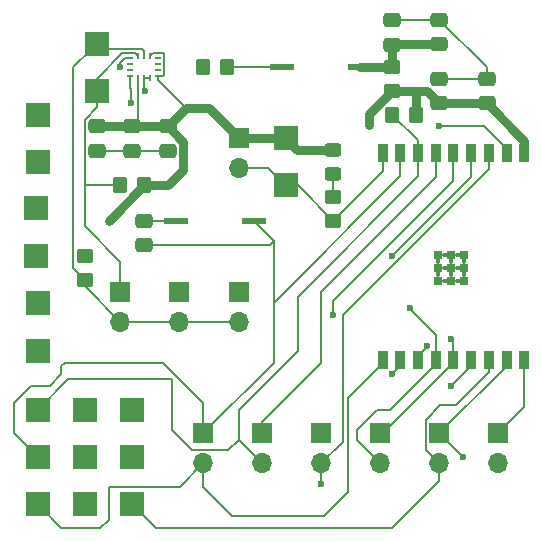
<source format=gbr>
%TF.GenerationSoftware,KiCad,Pcbnew,8.0.8*%
%TF.CreationDate,2025-04-04T16:16:18-04:00*%
%TF.ProjectId,ESP32,45535033-322e-46b6-9963-61645f706362,rev?*%
%TF.SameCoordinates,Original*%
%TF.FileFunction,Copper,L1,Top*%
%TF.FilePolarity,Positive*%
%FSLAX46Y46*%
G04 Gerber Fmt 4.6, Leading zero omitted, Abs format (unit mm)*
G04 Created by KiCad (PCBNEW 8.0.8) date 2025-04-04 16:16:18*
%MOMM*%
%LPD*%
G01*
G04 APERTURE LIST*
G04 Aperture macros list*
%AMRoundRect*
0 Rectangle with rounded corners*
0 $1 Rounding radius*
0 $2 $3 $4 $5 $6 $7 $8 $9 X,Y pos of 4 corners*
0 Add a 4 corners polygon primitive as box body*
4,1,4,$2,$3,$4,$5,$6,$7,$8,$9,$2,$3,0*
0 Add four circle primitives for the rounded corners*
1,1,$1+$1,$2,$3*
1,1,$1+$1,$4,$5*
1,1,$1+$1,$6,$7*
1,1,$1+$1,$8,$9*
0 Add four rect primitives between the rounded corners*
20,1,$1+$1,$2,$3,$4,$5,0*
20,1,$1+$1,$4,$5,$6,$7,0*
20,1,$1+$1,$6,$7,$8,$9,0*
20,1,$1+$1,$8,$9,$2,$3,0*%
G04 Aperture macros list end*
%TA.AperFunction,ComponentPad*%
%ADD10R,2.000000X2.000000*%
%TD*%
%TA.AperFunction,SMDPad,CuDef*%
%ADD11RoundRect,0.250000X0.450000X-0.350000X0.450000X0.350000X-0.450000X0.350000X-0.450000X-0.350000X0*%
%TD*%
%TA.AperFunction,SMDPad,CuDef*%
%ADD12RoundRect,0.250000X0.450000X-0.325000X0.450000X0.325000X-0.450000X0.325000X-0.450000X-0.325000X0*%
%TD*%
%TA.AperFunction,ComponentPad*%
%ADD13R,1.700000X1.700000*%
%TD*%
%TA.AperFunction,ComponentPad*%
%ADD14O,1.700000X1.700000*%
%TD*%
%TA.AperFunction,SMDPad,CuDef*%
%ADD15RoundRect,0.250000X0.475000X-0.337500X0.475000X0.337500X-0.475000X0.337500X-0.475000X-0.337500X0*%
%TD*%
%TA.AperFunction,SMDPad,CuDef*%
%ADD16R,2.108200X0.558800*%
%TD*%
%TA.AperFunction,SMDPad,CuDef*%
%ADD17RoundRect,0.250000X-0.475000X0.337500X-0.475000X-0.337500X0.475000X-0.337500X0.475000X0.337500X0*%
%TD*%
%TA.AperFunction,SMDPad,CuDef*%
%ADD18RoundRect,0.250000X-0.350000X-0.450000X0.350000X-0.450000X0.350000X0.450000X-0.350000X0.450000X0*%
%TD*%
%TA.AperFunction,SMDPad,CuDef*%
%ADD19R,0.475000X0.250000*%
%TD*%
%TA.AperFunction,SMDPad,CuDef*%
%ADD20R,0.250000X0.475000*%
%TD*%
%TA.AperFunction,SMDPad,CuDef*%
%ADD21R,0.900000X1.500000*%
%TD*%
%TA.AperFunction,SMDPad,CuDef*%
%ADD22R,0.700000X0.700000*%
%TD*%
%TA.AperFunction,ComponentPad*%
%ADD23C,0.450000*%
%TD*%
%TA.AperFunction,ViaPad*%
%ADD24C,0.600000*%
%TD*%
%TA.AperFunction,Conductor*%
%ADD25C,0.200000*%
%TD*%
%TA.AperFunction,Conductor*%
%ADD26C,0.762000*%
%TD*%
G04 APERTURE END LIST*
D10*
%TO.P,TP5,1,1*%
%TO.N,/0*%
X133000000Y-105000000D03*
%TD*%
%TO.P,TP6,1,1*%
%TO.N,/1*%
X133000000Y-109000000D03*
%TD*%
D11*
%TO.P,R2,1*%
%TO.N,GND*%
X150000000Y-89000000D03*
%TO.P,R2,2*%
%TO.N,Net-(D1-K)*%
X150000000Y-87000000D03*
%TD*%
D12*
%TO.P,D1,1,K*%
%TO.N,Net-(D1-K)*%
X150000000Y-85025000D03*
%TO.P,D1,2,A*%
%TO.N,+3.3V*%
X150000000Y-82975000D03*
%TD*%
D13*
%TO.P,J6,1,Pin_1*%
%TO.N,/3*%
X149000000Y-107000000D03*
D14*
%TO.P,J6,2,Pin_2*%
%TO.N,/4*%
X149000000Y-109540000D03*
%TD*%
D11*
%TO.P,R4,1*%
%TO.N,/SCL*%
X129000000Y-94000000D03*
%TO.P,R4,2*%
%TO.N,+3.3V*%
X129000000Y-92000000D03*
%TD*%
D10*
%TO.P,TP8,1,1*%
%TO.N,/3*%
X129000000Y-105000000D03*
%TD*%
D13*
%TO.P,J8,1,Pin_1*%
%TO.N,/9*%
X139000000Y-107000000D03*
D14*
%TO.P,J8,2,Pin_2*%
%TO.N,/10*%
X139000000Y-109540000D03*
%TD*%
D15*
%TO.P,C3,1*%
%TO.N,+3.3V*%
X163000000Y-79037500D03*
%TO.P,C3,2*%
%TO.N,GND*%
X163000000Y-76962500D03*
%TD*%
D13*
%TO.P,J10,1,Pin_1*%
%TO.N,/SDA*%
X132000000Y-95000000D03*
D14*
%TO.P,J10,2,Pin_2*%
%TO.N,/SCL*%
X132000000Y-97540000D03*
%TD*%
D13*
%TO.P,J7,1,Pin_1*%
%TO.N,/7*%
X144000000Y-107000000D03*
D14*
%TO.P,J7,2,Pin_2*%
%TO.N,/8*%
X144000000Y-109540000D03*
%TD*%
D13*
%TO.P,J9,1,Pin_1*%
%TO.N,/SDA*%
X137000000Y-95000000D03*
D14*
%TO.P,J9,2,Pin_2*%
%TO.N,/SCL*%
X137000000Y-97540000D03*
%TD*%
D16*
%TO.P,SW1,1,1*%
%TO.N,GND*%
X136699300Y-89000000D03*
%TO.P,SW1,2,2*%
%TO.N,/9*%
X143300700Y-89000000D03*
%TD*%
D11*
%TO.P,R1,1*%
%TO.N,+3.3V*%
X155000000Y-78000000D03*
%TO.P,R1,2*%
%TO.N,Net-(U1-EN)*%
X155000000Y-76000000D03*
%TD*%
D10*
%TO.P,TP12,1,1*%
%TO.N,/7*%
X129000000Y-113000000D03*
%TD*%
%TO.P,TP11,1,1*%
%TO.N,/D-*%
X125000000Y-96000000D03*
%TD*%
D16*
%TO.P,SW2,1,1*%
%TO.N,GND*%
X145699300Y-76000000D03*
%TO.P,SW2,2,2*%
%TO.N,Net-(U1-EN)*%
X152300700Y-76000000D03*
%TD*%
D10*
%TO.P,TP1,1,1*%
%TO.N,+3.3V*%
X146000000Y-82000000D03*
%TD*%
%TO.P,TP16,1,1*%
%TO.N,/AD0*%
X125000000Y-80000000D03*
%TD*%
%TO.P,TP7,1,1*%
%TO.N,/2*%
X133000000Y-113000000D03*
%TD*%
D13*
%TO.P,J4,1,Pin_1*%
%TO.N,/0*%
X164000000Y-107000000D03*
D14*
%TO.P,J4,2,Pin_2*%
%TO.N,unconnected-(J4-Pin_2-Pad2)*%
X164000000Y-109540000D03*
%TD*%
D10*
%TO.P,TP15,1,1*%
%TO.N,/10*%
X125000000Y-113000000D03*
%TD*%
%TO.P,TP18,1,1*%
%TO.N,/TXD*%
X124825000Y-87950000D03*
%TD*%
D17*
%TO.P,C6,1*%
%TO.N,+3.3V*%
X133000000Y-81000000D03*
%TO.P,C6,2*%
%TO.N,GND*%
X133000000Y-83075000D03*
%TD*%
D13*
%TO.P,J1,1,Pin_1*%
%TO.N,+3.3V*%
X142000000Y-82000000D03*
D14*
%TO.P,J1,2,Pin_2*%
%TO.N,GND*%
X142000000Y-84540000D03*
%TD*%
D18*
%TO.P,R3,1*%
%TO.N,/SDA*%
X132000000Y-86000000D03*
%TO.P,R3,2*%
%TO.N,+3.3V*%
X134000000Y-86000000D03*
%TD*%
D17*
%TO.P,C5,1*%
%TO.N,+3.3V*%
X136010000Y-81000000D03*
%TO.P,C5,2*%
%TO.N,GND*%
X136010000Y-83075000D03*
%TD*%
D18*
%TO.P,R5,1*%
%TO.N,/8*%
X155000000Y-80000000D03*
%TO.P,R5,2*%
%TO.N,+3.3V*%
X157000000Y-80000000D03*
%TD*%
D13*
%TO.P,J3,1,Pin_1*%
%TO.N,/SDA*%
X142000000Y-95000000D03*
D14*
%TO.P,J3,2,Pin_2*%
%TO.N,/SCL*%
X142000000Y-97540000D03*
%TD*%
D10*
%TO.P,TP2,1,1*%
%TO.N,GND*%
X146000000Y-86000000D03*
%TD*%
%TO.P,TP4,1,1*%
%TO.N,/SCL*%
X130000000Y-74000000D03*
%TD*%
%TO.P,TP3,1,1*%
%TO.N,/SDA*%
X130000000Y-78000000D03*
%TD*%
%TO.P,TP9,1,1*%
%TO.N,/4*%
X129000000Y-109000000D03*
%TD*%
D17*
%TO.P,C7,1*%
%TO.N,+3.3V*%
X129990000Y-81000000D03*
%TO.P,C7,2*%
%TO.N,GND*%
X129990000Y-83075000D03*
%TD*%
D10*
%TO.P,TP13,1,1*%
%TO.N,/8*%
X125000000Y-105000000D03*
%TD*%
%TO.P,TP19,1,1*%
%TO.N,/RXD*%
X124825000Y-92000000D03*
%TD*%
D15*
%TO.P,C2,1*%
%TO.N,+3.3V*%
X159000000Y-79037500D03*
%TO.P,C2,2*%
%TO.N,GND*%
X159000000Y-76962500D03*
%TD*%
D13*
%TO.P,J2,1,Pin_1*%
%TO.N,/D+*%
X154000000Y-107000000D03*
D14*
%TO.P,J2,2,Pin_2*%
%TO.N,/D-*%
X154000000Y-109540000D03*
%TD*%
D10*
%TO.P,TP10,1,1*%
%TO.N,/D+*%
X125000000Y-100000000D03*
%TD*%
D18*
%TO.P,R6,1*%
%TO.N,/AD0*%
X139000000Y-76000000D03*
%TO.P,R6,2*%
%TO.N,GND*%
X141000000Y-76000000D03*
%TD*%
D10*
%TO.P,TP14,1,1*%
%TO.N,/9*%
X125000000Y-109000000D03*
%TD*%
D19*
%TO.P,MT1,1,AP_SDO/AP_AD0*%
%TO.N,/AD0*%
X132837500Y-75250000D03*
%TO.P,MT1,2,RESV*%
%TO.N,unconnected-(MT1-RESV-Pad2)*%
X132837500Y-75750000D03*
%TO.P,MT1,3,RESV__1*%
%TO.N,unconnected-(MT1-RESV__1-Pad3)*%
X132837500Y-76250000D03*
%TO.P,MT1,4,INT1/INT*%
%TO.N,/INT*%
X132837500Y-76750000D03*
D20*
%TO.P,MT1,5,VDDIO*%
%TO.N,+3.3V*%
X133500000Y-76912500D03*
%TO.P,MT1,6,GND*%
%TO.N,GND*%
X134000000Y-76912500D03*
%TO.P,MT1,7,FSYNC*%
X134500000Y-76912500D03*
D19*
%TO.P,MT1,8,VDD*%
%TO.N,+3.3V*%
X135162500Y-76750000D03*
%TO.P,MT1,9,INT2*%
%TO.N,unconnected-(MT1-INT2-Pad9)*%
X135162500Y-76250000D03*
%TO.P,MT1,10,RESV__2*%
%TO.N,unconnected-(MT1-RESV__2-Pad10)*%
X135162500Y-75750000D03*
%TO.P,MT1,11,RESV__3*%
%TO.N,unconnected-(MT1-RESV__3-Pad11)*%
X135162500Y-75250000D03*
D20*
%TO.P,MT1,12,AP_CS*%
%TO.N,+3.3V*%
X134500000Y-75087500D03*
%TO.P,MT1,13,AP_SCL/AP_SCLK*%
%TO.N,/SCL*%
X134000000Y-75087500D03*
%TO.P,MT1,14,AP_SDA/AP_SDIO/AP_SDI*%
%TO.N,/SDA*%
X133500000Y-75087500D03*
%TD*%
D15*
%TO.P,C8,1*%
%TO.N,/9*%
X134000000Y-91075000D03*
%TO.P,C8,2*%
%TO.N,GND*%
X134000000Y-89000000D03*
%TD*%
D21*
%TO.P,U1,1,3V3*%
%TO.N,+3.3V*%
X166200000Y-83250000D03*
%TO.P,U1,2,EN*%
%TO.N,Net-(U1-EN)*%
X164700000Y-83250000D03*
%TO.P,U1,3,IO4*%
%TO.N,/4*%
X163200000Y-83250000D03*
%TO.P,U1,4,IO5*%
%TO.N,/SDA*%
X161700000Y-83250000D03*
%TO.P,U1,5,IO6*%
%TO.N,/SCL*%
X160200000Y-83250000D03*
%TO.P,U1,6,IO7*%
%TO.N,/7*%
X158700000Y-83250000D03*
%TO.P,U1,7,IO8*%
%TO.N,/8*%
X157200000Y-83250000D03*
%TO.P,U1,8,IO9*%
%TO.N,/9*%
X155700000Y-83250000D03*
%TO.P,U1,9,GND*%
%TO.N,GND*%
X154200000Y-83250000D03*
%TO.P,U1,10,IO10*%
%TO.N,/10*%
X154200000Y-100750000D03*
%TO.P,U1,11,RXD*%
%TO.N,/RXD*%
X155700000Y-100750000D03*
%TO.P,U1,12,TXD*%
%TO.N,/TXD*%
X157200000Y-100750000D03*
%TO.P,U1,13,IO18*%
%TO.N,/D-*%
X158700000Y-100750000D03*
%TO.P,U1,14,IO19*%
%TO.N,/D+*%
X160200000Y-100750000D03*
%TO.P,U1,15,IO3*%
%TO.N,/3*%
X161700000Y-100750000D03*
%TO.P,U1,16,IO2*%
%TO.N,/2*%
X163200000Y-100750000D03*
%TO.P,U1,17,IO1*%
%TO.N,/1*%
X164700000Y-100750000D03*
%TO.P,U1,18,IO0*%
%TO.N,/0*%
X166200000Y-100750000D03*
D22*
%TO.P,U1,19,GND__1*%
%TO.N,GND*%
X161100000Y-91860000D03*
%TO.P,U1,20,GND__2*%
X161100000Y-92960000D03*
%TO.P,U1,21,GND__3*%
X161100000Y-94060000D03*
%TO.P,U1,22,GND__4*%
X160000000Y-91860000D03*
%TO.P,U1,23,GND__5*%
X160000000Y-92960000D03*
%TO.P,U1,24,GND__6*%
X160000000Y-94060000D03*
%TO.P,U1,25,GND__7*%
X158900000Y-91860000D03*
%TO.P,U1,26,GND__8*%
X158900000Y-92960000D03*
%TO.P,U1,27,GND__9*%
X158900000Y-94060000D03*
D23*
%TO.P,U1,28,GND__10*%
X161100000Y-92410000D03*
%TO.P,U1,29,GND__11*%
X161100000Y-93510000D03*
%TO.P,U1,30,GND__12*%
X160550000Y-91860000D03*
%TO.P,U1,31,GND__13*%
X160550000Y-92960000D03*
%TO.P,U1,32,GND__14*%
X160550000Y-94060000D03*
%TO.P,U1,33,GND__15*%
X160000000Y-92410000D03*
%TO.P,U1,34,GND__16*%
X160000000Y-93510000D03*
%TO.P,U1,35,GND__17*%
X159450000Y-91860000D03*
%TO.P,U1,36,GND__18*%
X159450000Y-92960000D03*
%TO.P,U1,37,GND__19*%
X159450000Y-94060000D03*
%TO.P,U1,38,GND__20*%
X158900000Y-92410000D03*
%TO.P,U1,39,GND__21*%
X158900000Y-93510000D03*
%TD*%
D13*
%TO.P,J5,1,Pin_1*%
%TO.N,/1*%
X159000000Y-107000000D03*
D14*
%TO.P,J5,2,Pin_2*%
%TO.N,/2*%
X159000000Y-109540000D03*
%TD*%
D10*
%TO.P,TP17,1,1*%
%TO.N,/INT*%
X125000000Y-84000000D03*
%TD*%
D15*
%TO.P,C1,1*%
%TO.N,Net-(U1-EN)*%
X155000000Y-74075000D03*
%TO.P,C1,2*%
%TO.N,GND*%
X155000000Y-72000000D03*
%TD*%
%TO.P,C4,1*%
%TO.N,Net-(U1-EN)*%
X159000000Y-74037500D03*
%TO.P,C4,2*%
%TO.N,GND*%
X159000000Y-71962500D03*
%TD*%
D24*
%TO.N,GND*%
X133000000Y-83075000D03*
X158962500Y-72000000D03*
X134100000Y-78000000D03*
X154200000Y-83250000D03*
X145699300Y-76000000D03*
X136699300Y-89000000D03*
%TO.N,+3.3V*%
X150000000Y-82975000D03*
X153081540Y-80918460D03*
X129000000Y-92000000D03*
X131000000Y-89000000D03*
%TO.N,/D+*%
X160000000Y-99000000D03*
%TO.N,/D-*%
X156500000Y-96400000D03*
%TO.N,/SCL*%
X150000000Y-97000000D03*
%TO.N,/SDA*%
X155000000Y-92000000D03*
%TO.N,/1*%
X161000000Y-109000000D03*
%TO.N,/4*%
X149000000Y-111290000D03*
%TO.N,/3*%
X160000000Y-103000000D03*
%TO.N,/AD0*%
X132000000Y-76000000D03*
X139000000Y-76000000D03*
%TO.N,/INT*%
X132900000Y-79000000D03*
%TO.N,/TXD*%
X157985000Y-99576000D03*
%TO.N,/RXD*%
X155000000Y-102000000D03*
%TO.N,Net-(U1-EN)*%
X159000000Y-81000000D03*
X159000000Y-74037500D03*
%TD*%
D25*
%TO.N,GND*%
X134000000Y-89000000D02*
X136699300Y-89000000D01*
X141000000Y-76000000D02*
X145699300Y-76000000D01*
X158900000Y-92410000D02*
X158900000Y-92960000D01*
X158900000Y-92410000D02*
X158900000Y-91860000D01*
X159450000Y-92960000D02*
X158900000Y-92960000D01*
X160000000Y-93510000D02*
X160000000Y-92960000D01*
X159450000Y-94060000D02*
X158900000Y-94060000D01*
X129990000Y-83075000D02*
X133000000Y-83075000D01*
X147000000Y-86000000D02*
X150000000Y-89000000D01*
X160550000Y-92960000D02*
X161100000Y-92960000D01*
X159000000Y-71962500D02*
X158962500Y-72000000D01*
X161100000Y-91860000D02*
X161100000Y-92410000D01*
X161100000Y-93510000D02*
X161100000Y-92960000D01*
X159450000Y-91860000D02*
X158900000Y-91860000D01*
X154200000Y-84800000D02*
X154200000Y-83250000D01*
X142000000Y-84525000D02*
X144525000Y-84525000D01*
X159450000Y-91860000D02*
X160000000Y-91860000D01*
X159450000Y-92960000D02*
X160000000Y-92960000D01*
X146000000Y-86000000D02*
X147000000Y-86000000D01*
X160000000Y-91860000D02*
X160000000Y-92410000D01*
X160000000Y-92410000D02*
X160000000Y-92960000D01*
X159450000Y-94060000D02*
X160000000Y-94060000D01*
X144525000Y-84525000D02*
X146000000Y-86000000D01*
X161100000Y-94060000D02*
X161100000Y-93510000D01*
X159000000Y-76962500D02*
X163000000Y-76962500D01*
X160000000Y-91860000D02*
X160550000Y-91860000D01*
X155000000Y-72000000D02*
X158962500Y-72000000D01*
X163000000Y-75962500D02*
X163000000Y-76962500D01*
X150000000Y-89000000D02*
X154200000Y-84800000D01*
X158900000Y-94060000D02*
X158900000Y-93510000D01*
X159000000Y-71962500D02*
X163000000Y-75962500D01*
X134000000Y-77900000D02*
X134100000Y-78000000D01*
X160550000Y-94060000D02*
X161100000Y-94060000D01*
X136010000Y-83075000D02*
X133000000Y-83075000D01*
X160550000Y-91860000D02*
X161100000Y-91860000D01*
X160000000Y-93510000D02*
X160000000Y-94060000D01*
X161100000Y-92410000D02*
X161100000Y-92960000D01*
X134500000Y-76912500D02*
X134000000Y-76912500D01*
X158900000Y-93510000D02*
X158900000Y-92960000D01*
X160550000Y-94060000D02*
X160000000Y-94060000D01*
X134000000Y-76912500D02*
X134000000Y-77900000D01*
X160550000Y-92960000D02*
X160000000Y-92960000D01*
D26*
%TO.N,+3.3V*%
X157962500Y-78000000D02*
X157000000Y-78000000D01*
X159000000Y-79037500D02*
X157962500Y-78000000D01*
X142000000Y-82000000D02*
X139475000Y-79475000D01*
X139475000Y-79475000D02*
X137535000Y-79475000D01*
D25*
X135162500Y-76750000D02*
X135162500Y-77102500D01*
D26*
X153081540Y-79918460D02*
X153081540Y-80918460D01*
D25*
X135625000Y-76750000D02*
X135162500Y-76750000D01*
D26*
X137535000Y-79475000D02*
X136010000Y-81000000D01*
X155000000Y-78000000D02*
X153081540Y-79918460D01*
X146000000Y-82000000D02*
X142000000Y-82000000D01*
X137316000Y-84684000D02*
X136000000Y-86000000D01*
X166200000Y-83250000D02*
X166200000Y-82237500D01*
X136010000Y-81000000D02*
X137316000Y-82306000D01*
X157000000Y-78000000D02*
X157000000Y-80000000D01*
D25*
X135700000Y-76675000D02*
X135625000Y-76750000D01*
D26*
X157000000Y-78000000D02*
X155000000Y-78000000D01*
D25*
X134500000Y-75087500D02*
X134762500Y-74825000D01*
D26*
X163000000Y-79037500D02*
X159000000Y-79037500D01*
X133000000Y-81000000D02*
X129990000Y-81000000D01*
X166200000Y-82237500D02*
X163000000Y-79037500D01*
X150000000Y-82975000D02*
X146975000Y-82975000D01*
D25*
X135700000Y-74825000D02*
X135700000Y-76675000D01*
X133500000Y-76912500D02*
X133500000Y-80500000D01*
D26*
X136000000Y-86000000D02*
X134000000Y-86000000D01*
X137316000Y-82306000D02*
X137316000Y-84684000D01*
X134000000Y-86000000D02*
X131000000Y-89000000D01*
D25*
X133500000Y-80500000D02*
X133000000Y-81000000D01*
D26*
X146975000Y-82975000D02*
X146000000Y-82000000D01*
D25*
X134762500Y-74825000D02*
X135700000Y-74825000D01*
D26*
X136010000Y-81000000D02*
X133000000Y-81000000D01*
D25*
X135162500Y-77102500D02*
X137535000Y-79475000D01*
%TO.N,Net-(D1-K)*%
X150000000Y-85025000D02*
X150000000Y-87000000D01*
%TO.N,/D+*%
X160200000Y-100750000D02*
X160200000Y-101050000D01*
X160200000Y-100750000D02*
X160200000Y-99200000D01*
X154250000Y-107000000D02*
X154000000Y-107000000D01*
X160200000Y-99200000D02*
X160000000Y-99000000D01*
X160200000Y-101050000D02*
X154250000Y-107000000D01*
%TO.N,/D-*%
X158700000Y-98700000D02*
X158700000Y-100750000D01*
X158700000Y-100750000D02*
X158700000Y-101150000D01*
X156500000Y-96400000D02*
X156500000Y-96500000D01*
X153700000Y-105000000D02*
X152000000Y-106700000D01*
X156500000Y-96500000D02*
X158700000Y-98700000D01*
X152000000Y-106700000D02*
X152000000Y-107540000D01*
X152000000Y-107540000D02*
X154000000Y-109540000D01*
X158700000Y-101150000D02*
X154850000Y-105000000D01*
X154850000Y-105000000D02*
X153700000Y-105000000D01*
%TO.N,/SCL*%
X132000000Y-97525000D02*
X142000000Y-97525000D01*
X129575000Y-74425000D02*
X128000000Y-76000000D01*
X134000000Y-75087500D02*
X134000000Y-74625000D01*
X129000000Y-94525000D02*
X132000000Y-97525000D01*
X128000000Y-76000000D02*
X128000000Y-93000000D01*
X134000000Y-74625000D02*
X133800000Y-74425000D01*
X150000000Y-95800000D02*
X150000000Y-97000000D01*
X160200000Y-85600000D02*
X150000000Y-95800000D01*
X128000000Y-93000000D02*
X129000000Y-94000000D01*
X129000000Y-94000000D02*
X129000000Y-94525000D01*
X133800000Y-74425000D02*
X129575000Y-74425000D01*
X160200000Y-83250000D02*
X160200000Y-85600000D01*
%TO.N,/SDA*%
X132175000Y-74825000D02*
X130000000Y-77000000D01*
X132000000Y-92475000D02*
X132000000Y-95000000D01*
X133500000Y-75087500D02*
X133237500Y-74825000D01*
X132000000Y-86000000D02*
X128965000Y-86000000D01*
X133237500Y-74825000D02*
X132175000Y-74825000D01*
X128965000Y-89440000D02*
X132000000Y-92475000D01*
X161700000Y-83250000D02*
X161700000Y-85300000D01*
X130000000Y-79392756D02*
X128965000Y-80427756D01*
X130000000Y-77000000D02*
X130000000Y-79392756D01*
X128965000Y-86000000D02*
X128965000Y-89440000D01*
X128965000Y-80427756D02*
X128965000Y-86000000D01*
X161700000Y-85300000D02*
X155000000Y-92000000D01*
%TO.N,/0*%
X166200000Y-104800000D02*
X164000000Y-107000000D01*
X166200000Y-100750000D02*
X166200000Y-104800000D01*
%TO.N,/1*%
X164700000Y-101300000D02*
X159000000Y-107000000D01*
X161000000Y-109000000D02*
X159000000Y-107000000D01*
X164700000Y-100750000D02*
X164700000Y-101300000D01*
%TO.N,/2*%
X159100000Y-104600000D02*
X157850000Y-105850000D01*
X160400000Y-104600000D02*
X163200000Y-101800000D01*
X155000000Y-115000000D02*
X159000000Y-111000000D01*
X157850000Y-105850000D02*
X157850000Y-108390000D01*
X157850000Y-108390000D02*
X159000000Y-109540000D01*
X155000000Y-115000000D02*
X135000000Y-115000000D01*
X160400000Y-104600000D02*
X159100000Y-104600000D01*
X135000000Y-115000000D02*
X133000000Y-113000000D01*
X163200000Y-101800000D02*
X163200000Y-100750000D01*
X159000000Y-111000000D02*
X159000000Y-109540000D01*
%TO.N,/4*%
X149000000Y-111290000D02*
X149000000Y-109540000D01*
X149000000Y-109540000D02*
X150850000Y-107690000D01*
X163200000Y-84648529D02*
X163200000Y-83250000D01*
X150850000Y-96998529D02*
X163200000Y-84648529D01*
X150850000Y-107690000D02*
X150850000Y-96998529D01*
%TO.N,/3*%
X161700000Y-101300000D02*
X160000000Y-103000000D01*
X161700000Y-100750000D02*
X161700000Y-101300000D01*
%TO.N,/8*%
X157200000Y-83250000D02*
X157200000Y-85234314D01*
X142000000Y-107540000D02*
X144000000Y-109540000D01*
X157200000Y-82200000D02*
X157200000Y-83250000D01*
X136400000Y-102400000D02*
X127600000Y-102400000D01*
X138090000Y-108390000D02*
X141150000Y-108390000D01*
X147000000Y-95434314D02*
X147000000Y-100000000D01*
X142000000Y-105000000D02*
X142000000Y-107540000D01*
X136400000Y-106700000D02*
X138090000Y-108390000D01*
X141150000Y-108390000D02*
X142000000Y-107540000D01*
X157200000Y-85234314D02*
X147000000Y-95434314D01*
X136400000Y-102400000D02*
X136400000Y-106700000D01*
X147000000Y-100000000D02*
X142000000Y-105000000D01*
X155000000Y-80000000D02*
X157200000Y-82200000D01*
X127600000Y-102400000D02*
X125000000Y-105000000D01*
%TO.N,/7*%
X149000000Y-101000000D02*
X144000000Y-106000000D01*
X149000000Y-95000000D02*
X149000000Y-101000000D01*
X144000000Y-106000000D02*
X144000000Y-107000000D01*
X158700000Y-83250000D02*
X158700000Y-85300000D01*
X158700000Y-85300000D02*
X149000000Y-95000000D01*
%TO.N,/9*%
X135565686Y-101000000D02*
X127300000Y-101000000D01*
X145000000Y-101000000D02*
X145000000Y-95934314D01*
X127000000Y-101300000D02*
X127000000Y-102000000D01*
X145000000Y-90699300D02*
X145000000Y-95934314D01*
X135565686Y-101000000D02*
X139000000Y-104434314D01*
X126000000Y-103000000D02*
X124400000Y-103000000D01*
X123000000Y-104400000D02*
X123000000Y-107000000D01*
X144624300Y-91075000D02*
X145000000Y-90699300D01*
X127000000Y-102000000D02*
X126000000Y-103000000D01*
X124400000Y-103000000D02*
X123000000Y-104400000D01*
X139000000Y-104434314D02*
X139000000Y-107000000D01*
X134000000Y-91075000D02*
X144624300Y-91075000D01*
X123000000Y-107000000D02*
X125000000Y-109000000D01*
X139000000Y-107000000D02*
X145000000Y-101000000D01*
X127300000Y-101000000D02*
X127000000Y-101300000D01*
X145000000Y-95934314D02*
X155700000Y-85234314D01*
X155700000Y-85234314D02*
X155700000Y-83250000D01*
X143300700Y-89000000D02*
X145000000Y-90699300D01*
%TO.N,/10*%
X137015000Y-111525000D02*
X131000000Y-111525000D01*
X141475000Y-114000000D02*
X139000000Y-111525000D01*
X131000000Y-111525000D02*
X131000000Y-114300000D01*
X131000000Y-114300000D02*
X130300000Y-115000000D01*
X154200000Y-100750000D02*
X154200000Y-101050000D01*
X149200000Y-114000000D02*
X141475000Y-114000000D01*
X151250000Y-111950000D02*
X149200000Y-114000000D01*
X130300000Y-115000000D02*
X127000000Y-115000000D01*
X151250000Y-104000000D02*
X151250000Y-111950000D01*
X139000000Y-111525000D02*
X139000000Y-109540000D01*
X154200000Y-101050000D02*
X151250000Y-104000000D01*
X127000000Y-115000000D02*
X125000000Y-113000000D01*
X139000000Y-109540000D02*
X137015000Y-111525000D01*
%TO.N,/AD0*%
X132000000Y-76000000D02*
X132000000Y-75625000D01*
X132375000Y-75250000D02*
X132837500Y-75250000D01*
X132000000Y-75625000D02*
X132375000Y-75250000D01*
%TO.N,/INT*%
X132837500Y-77762500D02*
X132900000Y-77825000D01*
X132837500Y-76750000D02*
X132837500Y-77762500D01*
X132900000Y-77825000D02*
X132900000Y-79000000D01*
%TO.N,/TXD*%
X157200000Y-100450000D02*
X157200000Y-100750000D01*
X157985000Y-99665000D02*
X157200000Y-100450000D01*
X157985000Y-99576000D02*
X157985000Y-99665000D01*
%TO.N,/RXD*%
X155700000Y-100750000D02*
X155700000Y-101300000D01*
X155700000Y-101300000D02*
X155000000Y-102000000D01*
%TO.N,Net-(U1-EN)*%
X164700000Y-82950000D02*
X162750000Y-81000000D01*
D26*
X159000000Y-74037500D02*
X155037500Y-74037500D01*
X155000000Y-76000000D02*
X152300700Y-76000000D01*
X155037500Y-74037500D02*
X155000000Y-74075000D01*
D25*
X164700000Y-83250000D02*
X164700000Y-82950000D01*
D26*
X155000000Y-74075000D02*
X155000000Y-76000000D01*
D25*
X162750000Y-81000000D02*
X159000000Y-81000000D01*
%TD*%
M02*

</source>
